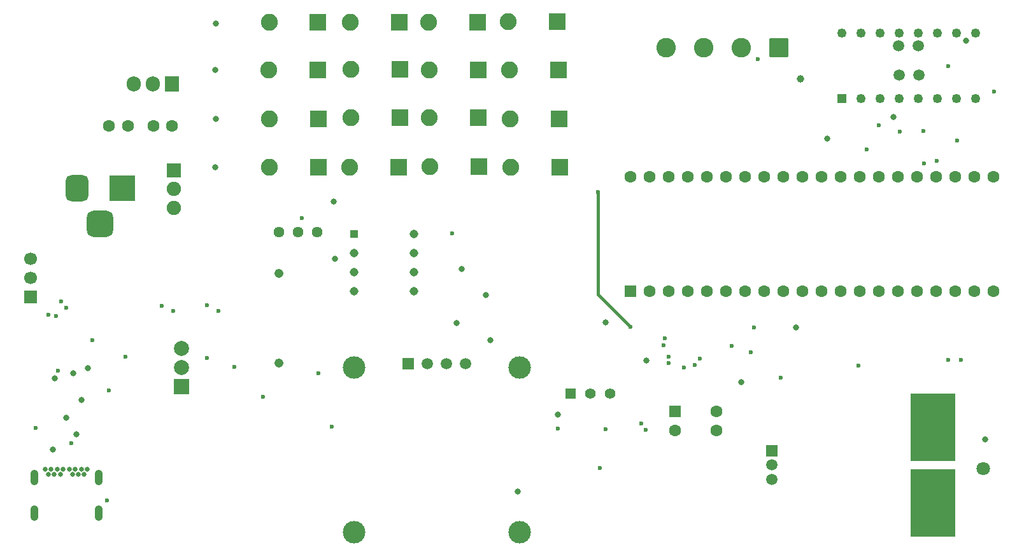
<source format=gbr>
%TF.GenerationSoftware,KiCad,Pcbnew,9.0.4*%
%TF.CreationDate,2026-01-15T21:37:34+03:30*%
%TF.ProjectId,Motor_Health_Monitoring_PCB,4d6f746f-725f-4486-9561-6c74685f4d6f,rev?*%
%TF.SameCoordinates,Original*%
%TF.FileFunction,Copper,L3,Inr*%
%TF.FilePolarity,Positive*%
%FSLAX46Y46*%
G04 Gerber Fmt 4.6, Leading zero omitted, Abs format (unit mm)*
G04 Created by KiCad (PCBNEW 9.0.4) date 2026-01-15 21:37:34*
%MOMM*%
%LPD*%
G01*
G04 APERTURE LIST*
G04 Aperture macros list*
%AMRoundRect*
0 Rectangle with rounded corners*
0 $1 Rounding radius*
0 $2 $3 $4 $5 $6 $7 $8 $9 X,Y pos of 4 corners*
0 Add a 4 corners polygon primitive as box body*
4,1,4,$2,$3,$4,$5,$6,$7,$8,$9,$2,$3,0*
0 Add four circle primitives for the rounded corners*
1,1,$1+$1,$2,$3*
1,1,$1+$1,$4,$5*
1,1,$1+$1,$6,$7*
1,1,$1+$1,$8,$9*
0 Add four rect primitives between the rounded corners*
20,1,$1+$1,$2,$3,$4,$5,0*
20,1,$1+$1,$4,$5,$6,$7,0*
20,1,$1+$1,$6,$7,$8,$9,0*
20,1,$1+$1,$8,$9,$2,$3,0*%
G04 Aperture macros list end*
%TA.AperFunction,ComponentPad*%
%ADD10R,2.250000X2.250000*%
%TD*%
%TA.AperFunction,ComponentPad*%
%ADD11C,2.250000*%
%TD*%
%TA.AperFunction,ComponentPad*%
%ADD12C,1.600000*%
%TD*%
%TA.AperFunction,ComponentPad*%
%ADD13R,1.508000X1.508000*%
%TD*%
%TA.AperFunction,ComponentPad*%
%ADD14C,1.508000*%
%TD*%
%TA.AperFunction,ComponentPad*%
%ADD15C,3.000000*%
%TD*%
%TA.AperFunction,ComponentPad*%
%ADD16R,1.600000X1.600000*%
%TD*%
%TA.AperFunction,ComponentPad*%
%ADD17C,1.208000*%
%TD*%
%TA.AperFunction,ComponentPad*%
%ADD18R,1.905000X2.000000*%
%TD*%
%TA.AperFunction,ComponentPad*%
%ADD19O,1.905000X2.000000*%
%TD*%
%TA.AperFunction,ComponentPad*%
%ADD20R,3.500000X3.500000*%
%TD*%
%TA.AperFunction,ComponentPad*%
%ADD21RoundRect,0.750000X-0.750000X-1.000000X0.750000X-1.000000X0.750000X1.000000X-0.750000X1.000000X0*%
%TD*%
%TA.AperFunction,ComponentPad*%
%ADD22RoundRect,0.875000X-0.875000X-0.875000X0.875000X-0.875000X0.875000X0.875000X-0.875000X0.875000X0*%
%TD*%
%TA.AperFunction,ComponentPad*%
%ADD23R,1.250000X1.250000*%
%TD*%
%TA.AperFunction,ComponentPad*%
%ADD24C,1.250000*%
%TD*%
%TA.AperFunction,ComponentPad*%
%ADD25C,1.440000*%
%TD*%
%TA.AperFunction,ComponentPad*%
%ADD26R,1.700000X1.700000*%
%TD*%
%TA.AperFunction,ComponentPad*%
%ADD27C,1.700000*%
%TD*%
%TA.AperFunction,ComponentPad*%
%ADD28R,2.000000X2.000000*%
%TD*%
%TA.AperFunction,ComponentPad*%
%ADD29C,2.000000*%
%TD*%
%TA.AperFunction,ComponentPad*%
%ADD30C,0.650000*%
%TD*%
%TA.AperFunction,ComponentPad*%
%ADD31O,1.050000X2.100000*%
%TD*%
%TA.AperFunction,ComponentPad*%
%ADD32R,1.140000X1.140000*%
%TD*%
%TA.AperFunction,ComponentPad*%
%ADD33C,1.140000*%
%TD*%
%TA.AperFunction,ComponentPad*%
%ADD34R,1.500000X1.500000*%
%TD*%
%TA.AperFunction,ComponentPad*%
%ADD35C,1.500000*%
%TD*%
%TA.AperFunction,ComponentPad*%
%ADD36C,0.500000*%
%TD*%
%TA.AperFunction,ComponentPad*%
%ADD37R,6.000000X9.000000*%
%TD*%
%TA.AperFunction,ComponentPad*%
%ADD38R,1.400000X1.400000*%
%TD*%
%TA.AperFunction,ComponentPad*%
%ADD39C,1.400000*%
%TD*%
%TA.AperFunction,ComponentPad*%
%ADD40RoundRect,0.250000X1.050000X1.050000X-1.050000X1.050000X-1.050000X-1.050000X1.050000X-1.050000X0*%
%TD*%
%TA.AperFunction,ComponentPad*%
%ADD41C,2.600000*%
%TD*%
%TA.AperFunction,ComponentPad*%
%ADD42RoundRect,0.250000X0.550000X-0.550000X0.550000X0.550000X-0.550000X0.550000X-0.550000X-0.550000X0*%
%TD*%
%TA.AperFunction,ComponentPad*%
%ADD43R,1.900000X1.900000*%
%TD*%
%TA.AperFunction,ComponentPad*%
%ADD44C,1.900000*%
%TD*%
%TA.AperFunction,ViaPad*%
%ADD45C,0.600000*%
%TD*%
%TA.AperFunction,ViaPad*%
%ADD46C,1.500000*%
%TD*%
%TA.AperFunction,ViaPad*%
%ADD47C,1.800000*%
%TD*%
%TA.AperFunction,ViaPad*%
%ADD48C,0.800000*%
%TD*%
%TA.AperFunction,ViaPad*%
%ADD49C,1.000000*%
%TD*%
%TA.AperFunction,Conductor*%
%ADD50C,0.400000*%
%TD*%
G04 APERTURE END LIST*
D10*
%TO.N,/8051 Micocontroller/R1*%
%TO.C,SW3*%
X143127500Y-67629000D03*
D11*
%TO.N,/8051 Micocontroller/C3*%
X136627500Y-67629000D03*
%TD*%
D12*
%TO.N,/+12V*%
%TO.C,C8*%
X91733500Y-75063500D03*
%TO.N,GND*%
X89233500Y-75063500D03*
%TD*%
D10*
%TO.N,/8051 Micocontroller/R4*%
%TO.C,SW15*%
X111071500Y-67629000D03*
D11*
%TO.N,/8051 Micocontroller/C3*%
X104571500Y-67629000D03*
%TD*%
D10*
%TO.N,/8051 Micocontroller/R3*%
%TO.C,SW9*%
X121866500Y-80583000D03*
D11*
%TO.N,/8051 Micocontroller/C1*%
X115366500Y-80583000D03*
%TD*%
D13*
%TO.N,GND*%
%TO.C,U7*%
X123113500Y-106675000D03*
D14*
%TO.N,/+5V*%
X125653500Y-106675000D03*
%TO.N,/8051 Micocontroller/SDA*%
X128193500Y-106675000D03*
%TO.N,/8051 Micocontroller/SCL*%
X130733500Y-106675000D03*
D15*
%TO.N,N/C*%
X115923500Y-107175000D03*
X137923500Y-107175000D03*
X137923500Y-129175000D03*
X115923500Y-129175000D03*
%TD*%
D12*
%TO.N,/+5V*%
%TO.C,C10*%
X85851500Y-75063500D03*
%TO.N,GND*%
X83351500Y-75063500D03*
%TD*%
D16*
%TO.N,/8051 Micocontroller/IR_OUT*%
%TO.C,U10*%
X158590500Y-113095000D03*
D12*
%TO.N,GND*%
X158590500Y-115635000D03*
X164090500Y-115635000D03*
%TO.N,Net-(R22-Pad2)*%
X164090500Y-113095000D03*
%TD*%
D17*
%TO.N,Net-(U13-+)*%
%TO.C,X1*%
X105956500Y-94655000D03*
%TO.N,GND*%
X105956500Y-106655000D03*
%TD*%
D18*
%TO.N,/+12V*%
%TO.C,U4*%
X91693500Y-69475500D03*
D19*
%TO.N,GND*%
X89153500Y-69475500D03*
%TO.N,/+5V*%
X86613500Y-69475500D03*
%TD*%
D10*
%TO.N,/8051 Micocontroller/R3*%
%TO.C,SW12*%
X121941500Y-61279000D03*
D11*
%TO.N,/8051 Micocontroller/C4*%
X115441500Y-61279000D03*
%TD*%
D20*
%TO.N,/POWER_IN*%
%TO.C,J1*%
X85140500Y-83377000D03*
D21*
%TO.N,GND*%
X79140500Y-83377000D03*
D22*
X82140500Y-88077000D03*
%TD*%
D10*
%TO.N,/8051 Micocontroller/R2*%
%TO.C,SW6*%
X132459500Y-73979000D03*
D11*
%TO.N,/8051 Micocontroller/C2*%
X125959500Y-73979000D03*
%TD*%
D23*
%TO.N,/8051 Micocontroller/EN1*%
%TO.C,U5*%
X180771500Y-71435500D03*
D24*
%TO.N,/8051 Micocontroller/M1_F*%
X183311500Y-71435500D03*
%TO.N,Net-(J3-Pin_1)*%
X185851500Y-71435500D03*
%TO.N,GND*%
X188391500Y-71435500D03*
X190931500Y-71435500D03*
%TO.N,Net-(J3-Pin_2)*%
X193471500Y-71435500D03*
%TO.N,/8051 Micocontroller/M1_R*%
X196011500Y-71435500D03*
%TO.N,/8051 Micocontroller/IP-*%
X198551500Y-71435500D03*
%TO.N,/8051 Micocontroller/EN2*%
X198551500Y-62635500D03*
%TO.N,/8051 Micocontroller/M2_F*%
X196011500Y-62635500D03*
%TO.N,Net-(J3-Pin_3)*%
X193471500Y-62635500D03*
%TO.N,GND*%
X190931500Y-62635500D03*
X188391500Y-62635500D03*
%TO.N,Net-(J3-Pin_4)*%
X185851500Y-62635500D03*
%TO.N,/8051 Micocontroller/M2_R*%
X183311500Y-62635500D03*
%TO.N,/+5V*%
X180771500Y-62635500D03*
%TD*%
D25*
%TO.N,/+5V*%
%TO.C,RV1*%
X111036500Y-89135000D03*
%TO.N,Net-(U13--)*%
X108496500Y-89135000D03*
%TO.N,GND*%
X105956500Y-89135000D03*
%TD*%
D10*
%TO.N,/8051 Micocontroller/R2*%
%TO.C,SW7*%
X132407500Y-67629000D03*
D11*
%TO.N,/8051 Micocontroller/C3*%
X125907500Y-67629000D03*
%TD*%
D10*
%TO.N,/8051 Micocontroller/R3*%
%TO.C,SW10*%
X121993500Y-73979000D03*
D11*
%TO.N,/8051 Micocontroller/C2*%
X115493500Y-73979000D03*
%TD*%
D10*
%TO.N,/8051 Micocontroller/R2*%
%TO.C,SW8*%
X132355500Y-61279000D03*
D11*
%TO.N,/8051 Micocontroller/C4*%
X125855500Y-61279000D03*
%TD*%
D26*
%TO.N,/TX_RX*%
%TO.C,J4*%
X72948500Y-97855000D03*
D27*
%TO.N,/RX_TX*%
X72948500Y-95315000D03*
%TO.N,GND*%
X72948500Y-92775000D03*
%TD*%
D28*
%TO.N,/USB_PWR*%
%TO.C,U2*%
X93014500Y-109793000D03*
D29*
%TO.N,GND*%
X93014500Y-107253000D03*
%TO.N,+3.3V*%
X93014500Y-104713000D03*
%TD*%
D10*
%TO.N,/8051 Micocontroller/R4*%
%TO.C,SW16*%
X111146500Y-61279000D03*
D11*
%TO.N,/8051 Micocontroller/C4*%
X104646500Y-61279000D03*
%TD*%
D30*
%TO.N,GND*%
%TO.C,J2*%
X80470750Y-120734500D03*
%TO.N,unconnected-(J2-SSTXP2-PadB2)*%
X80070750Y-121444500D03*
%TO.N,unconnected-(J2-SSTXN2-PadB3)*%
X79270750Y-121444500D03*
%TO.N,/VBUS*%
X78870750Y-120734500D03*
%TO.N,Net-(J2-CC2)*%
X78470750Y-121444500D03*
%TO.N,/USB_DP*%
X78070750Y-120734500D03*
%TO.N,/USB_DN*%
X77270750Y-120734500D03*
%TO.N,unconnected-(J2-SBU2-PadB8)*%
X76870750Y-121444500D03*
%TO.N,/VBUS*%
X76470750Y-120734500D03*
%TO.N,unconnected-(J2-SSRXN1-PadB10)*%
X76070750Y-121444500D03*
%TO.N,unconnected-(J2-SSRXP1-PadB11)*%
X75270750Y-121444500D03*
%TO.N,GND*%
X74870750Y-120734500D03*
X79670750Y-120734500D03*
X75670750Y-120734500D03*
D31*
X73400750Y-121884500D03*
X81940750Y-121884500D03*
X73400750Y-126614500D03*
X81940750Y-126614500D03*
%TD*%
D10*
%TO.N,/8051 Micocontroller/R4*%
%TO.C,SW13*%
X111198500Y-80521000D03*
D11*
%TO.N,/8051 Micocontroller/C1*%
X104698500Y-80521000D03*
%TD*%
D10*
%TO.N,/8051 Micocontroller/R1*%
%TO.C,SW2*%
X143202500Y-74106000D03*
D11*
%TO.N,/8051 Micocontroller/C2*%
X136702500Y-74106000D03*
%TD*%
D10*
%TO.N,/8051 Micocontroller/R2*%
%TO.C,SW5*%
X132534500Y-80456000D03*
D11*
%TO.N,/8051 Micocontroller/C1*%
X126034500Y-80456000D03*
%TD*%
D32*
%TO.N,unconnected-(U13-NULL-Pad1)*%
%TO.C,U13*%
X115968500Y-89473000D03*
D33*
%TO.N,Net-(U13--)*%
X115968500Y-92013000D03*
%TO.N,Net-(U13-+)*%
X115968500Y-94553000D03*
%TO.N,GND*%
X115968500Y-97093000D03*
%TO.N,unconnected-(U13-NULL-Pad5)*%
X123908500Y-97093000D03*
%TO.N,/8051 Micocontroller/D0*%
X123908500Y-94553000D03*
%TO.N,/+5V*%
X123908500Y-92013000D03*
%TO.N,unconnected-(U13-NC-Pad8)*%
X123908500Y-89473000D03*
%TD*%
D34*
%TO.N,/+5V*%
%TO.C,U8*%
X171486500Y-118297000D03*
D35*
%TO.N,GND*%
X171486500Y-120207000D03*
%TO.N,/8051 Micocontroller/ACS712_OUT*%
X171486500Y-122117000D03*
D36*
%TO.N,/+12V*%
X192886500Y-121457000D03*
X194886500Y-122607000D03*
X190886500Y-122607000D03*
X194886500Y-123907000D03*
X190886500Y-123907000D03*
X194886500Y-125207000D03*
D37*
X192886500Y-125207000D03*
D36*
X190886500Y-125207000D03*
X194886500Y-126507000D03*
X190886500Y-126507000D03*
X194886500Y-127807000D03*
X190886500Y-127807000D03*
X192886500Y-128957000D03*
%TO.N,/8051 Micocontroller/IP-*%
X192886500Y-111457000D03*
X194886500Y-112607000D03*
X190886500Y-112607000D03*
X194886500Y-113907000D03*
X190886500Y-113907000D03*
X194886500Y-115207000D03*
D37*
X192886500Y-115207000D03*
D36*
X190886500Y-115207000D03*
X194886500Y-116507000D03*
X190886500Y-116507000D03*
X194886500Y-117807000D03*
X190886500Y-117807000D03*
X192886500Y-118957000D03*
%TD*%
D38*
%TO.N,/+5V*%
%TO.C,U9*%
X144760000Y-110650000D03*
D39*
%TO.N,/8051 Micocontroller/LM35_OUT*%
X147360000Y-110650000D03*
%TO.N,GND*%
X149960000Y-110650000D03*
%TD*%
D10*
%TO.N,/8051 Micocontroller/R1*%
%TO.C,SW4*%
X142948500Y-61152000D03*
D11*
%TO.N,/8051 Micocontroller/C4*%
X136448500Y-61152000D03*
%TD*%
D10*
%TO.N,/8051 Micocontroller/R4*%
%TO.C,SW14*%
X111198500Y-74106000D03*
D11*
%TO.N,/8051 Micocontroller/C2*%
X104698500Y-74106000D03*
%TD*%
D40*
%TO.N,Net-(J3-Pin_1)*%
%TO.C,J3*%
X172407500Y-64662500D03*
D41*
%TO.N,Net-(J3-Pin_2)*%
X167407500Y-64662500D03*
%TO.N,Net-(J3-Pin_3)*%
X162407500Y-64662500D03*
%TO.N,Net-(J3-Pin_4)*%
X157407500Y-64662500D03*
%TD*%
D10*
%TO.N,/8051 Micocontroller/R1*%
%TO.C,SW1*%
X143254500Y-80583000D03*
D11*
%TO.N,/8051 Micocontroller/C1*%
X136754500Y-80583000D03*
%TD*%
D10*
%TO.N,/8051 Micocontroller/R3*%
%TO.C,SW11*%
X121993500Y-67502000D03*
D11*
%TO.N,/8051 Micocontroller/C3*%
X115493500Y-67502000D03*
%TD*%
D42*
%TO.N,Net-(U11-~{CS})*%
%TO.C,U6*%
X152697500Y-97040000D03*
D12*
%TO.N,Net-(U11-SCLK)*%
X155237500Y-97040000D03*
%TO.N,Net-(U11-DOUT)*%
X157777500Y-97040000D03*
%TO.N,Net-(U11-DIN)*%
X160317500Y-97040000D03*
%TO.N,/Fault_LED*%
X162857500Y-97040000D03*
%TO.N,/MOTOR_LED*%
X165397500Y-97040000D03*
%TO.N,unconnected-(U6-P1.6-Pad7)*%
X167937500Y-97040000D03*
%TO.N,/8051 Micocontroller/D0*%
X170477500Y-97040000D03*
%TO.N,Net-(U6-RST)*%
X173017500Y-97040000D03*
%TO.N,/RX_TX*%
X175557500Y-97040000D03*
%TO.N,/TX_RX*%
X178097500Y-97040000D03*
%TO.N,unconnected-(U6-P3.2{slash}~{INT0}-Pad12)*%
X180637500Y-97040000D03*
%TO.N,unconnected-(U6-P3.3{slash}~{INT1}-Pad13)*%
X183177500Y-97040000D03*
%TO.N,/8051 Micocontroller/SDA*%
X185717500Y-97040000D03*
%TO.N,/8051 Micocontroller/SCL*%
X188257500Y-97040000D03*
%TO.N,unconnected-(U6-P3.6{slash}~{WR}-Pad16)*%
X190797500Y-97040000D03*
%TO.N,unconnected-(U6-P3.7{slash}~{RD}-Pad17)*%
X193337500Y-97040000D03*
%TO.N,Net-(U6-XTAL2)*%
X195877500Y-97040000D03*
%TO.N,Net-(U6-XTAL1)*%
X198417500Y-97040000D03*
%TO.N,GND*%
X200957500Y-97040000D03*
%TO.N,/8051 Micocontroller/EN1_PWM*%
X200957500Y-81800000D03*
%TO.N,Net-(U6-P2.1{slash}A9)*%
X198417500Y-81800000D03*
%TO.N,Net-(U6-P2.2{slash}A10)*%
X195877500Y-81800000D03*
%TO.N,/8051 Micocontroller/EN2_PWM*%
X193337500Y-81800000D03*
%TO.N,Net-(U6-P2.4{slash}A12)*%
X190797500Y-81800000D03*
%TO.N,Net-(U6-P2.5{slash}A13)*%
X188257500Y-81800000D03*
%TO.N,unconnected-(U6-P2.6{slash}A14-Pad27)*%
X185717500Y-81800000D03*
%TO.N,/8051 Micocontroller/IR_OUT*%
X183177500Y-81800000D03*
%TO.N,unconnected-(U6-~{PSEN}-Pad29)*%
X180637500Y-81800000D03*
%TO.N,unconnected-(U6-ALE-Pad30)*%
X178097500Y-81800000D03*
%TO.N,Net-(U6-~{EA})*%
X175557500Y-81800000D03*
%TO.N,/8051 Micocontroller/C4*%
X173017500Y-81800000D03*
%TO.N,/8051 Micocontroller/C3*%
X170477500Y-81800000D03*
%TO.N,/8051 Micocontroller/C2*%
X167937500Y-81800000D03*
%TO.N,/8051 Micocontroller/C1*%
X165397500Y-81800000D03*
%TO.N,/8051 Micocontroller/R4*%
X162857500Y-81800000D03*
%TO.N,/8051 Micocontroller/R3*%
X160317500Y-81800000D03*
%TO.N,/8051 Micocontroller/R2*%
X157777500Y-81800000D03*
%TO.N,/8051 Micocontroller/R1*%
X155237500Y-81800000D03*
%TO.N,/+5V*%
X152697500Y-81800000D03*
%TD*%
D43*
%TO.N,/+12V*%
%TO.C,S1*%
X91967500Y-80938500D03*
D44*
%TO.N,/POWER_IN*%
X91967500Y-83438500D03*
%TO.N,unconnected-(S1-Pad3)*%
X91967500Y-85938500D03*
%TD*%
D45*
%TO.N,GND*%
X196617500Y-106230000D03*
X128927500Y-89320000D03*
X152687500Y-101820000D03*
X76577500Y-107650000D03*
D46*
X190997500Y-68260000D03*
D45*
X148637500Y-120600000D03*
X143047500Y-115360000D03*
X85577500Y-105790000D03*
X111227500Y-107940000D03*
X73560000Y-115240000D03*
X109027500Y-87330000D03*
X103787500Y-111130000D03*
X149347500Y-115400000D03*
X169117500Y-101850000D03*
D46*
X188347500Y-64370000D03*
D45*
X194937500Y-106190000D03*
D47*
X199597500Y-120670000D03*
D45*
X81117500Y-103560000D03*
X148336000Y-83820000D03*
X96387500Y-105920000D03*
X83337500Y-110240000D03*
X99977500Y-107110000D03*
D46*
X188387500Y-68250000D03*
X190957500Y-64350000D03*
D48*
%TO.N,+3.3V*%
X137677500Y-123707000D03*
X76097500Y-108690000D03*
X80567500Y-107330000D03*
X78597500Y-107980000D03*
D45*
X112937000Y-115070500D03*
D48*
%TO.N,/VBUS*%
X79667500Y-111490000D03*
X75880775Y-118136725D03*
X77637500Y-113920000D03*
X78987500Y-116060000D03*
D45*
%TO.N,/+5V*%
X188527500Y-75761000D03*
D48*
X187657500Y-73860000D03*
X113430000Y-92760000D03*
X130257500Y-94100000D03*
X97497500Y-80560000D03*
X178810000Y-76760000D03*
X113240000Y-85130000D03*
X149387500Y-101210000D03*
X197277500Y-63670000D03*
X143037500Y-113480000D03*
X97597500Y-61420000D03*
X129557500Y-101310000D03*
X97497500Y-67590000D03*
D45*
X194927500Y-67110000D03*
D48*
X134057500Y-103540000D03*
X167417500Y-109150000D03*
X174687500Y-101880000D03*
X97587500Y-74100000D03*
X133417500Y-97580000D03*
X154767500Y-106310000D03*
X199810000Y-116780000D03*
D45*
%TO.N,Net-(J2-CC2)*%
X83107500Y-124870000D03*
%TO.N,/USB_DN*%
X78367500Y-117290000D03*
D49*
%TO.N,Net-(J3-Pin_1)*%
X175267500Y-68790000D03*
D45*
%TO.N,Net-(J3-Pin_2)*%
X169587500Y-66130000D03*
%TO.N,/TX_RX*%
X96397500Y-98910000D03*
X182987500Y-106950000D03*
X157257500Y-103340000D03*
X166147500Y-104350000D03*
X90348235Y-98969265D03*
%TO.N,/RX_TX*%
X91907500Y-99680000D03*
X97907500Y-99640000D03*
X157046765Y-104240735D03*
%TO.N,Net-(U3-~{TXT}{slash}GPIO.2)*%
X76997500Y-98430000D03*
X75307500Y-100210000D03*
%TO.N,Net-(U3-~{RXT}{slash}GPIO.3)*%
X77667500Y-99220000D03*
X76291054Y-100356446D03*
%TO.N,/8051 Micocontroller/EN1_PWM*%
X184127500Y-78200000D03*
X193377500Y-79710000D03*
%TO.N,/8051 Micocontroller/EN2_PWM*%
X201047500Y-70440000D03*
X191667500Y-80070000D03*
X191632475Y-75724975D03*
%TO.N,Net-(U6-P2.1{slash}A9)*%
X185697500Y-74990000D03*
%TO.N,Net-(U6-P2.2{slash}A10)*%
X196137500Y-77020000D03*
%TO.N,/8051 Micocontroller/SDA*%
X161927120Y-106009620D03*
X157727500Y-105770000D03*
%TO.N,/8051 Micocontroller/SCL*%
X161227500Y-106890000D03*
X157727500Y-106660000D03*
%TO.N,/8051 Micocontroller/IR_OUT*%
X159827500Y-107190000D03*
%TO.N,/Fault_LED*%
X154077500Y-114700000D03*
%TO.N,/MOTOR_LED*%
X154727500Y-115490000D03*
%TO.N,/8051 Micocontroller/ACS712_OUT*%
X172667500Y-108550000D03*
X168687500Y-105150000D03*
%TD*%
D50*
%TO.N,GND*%
X148336000Y-97468500D02*
X148336000Y-83820000D01*
X152687500Y-101820000D02*
X148336000Y-97468500D01*
%TD*%
M02*

</source>
